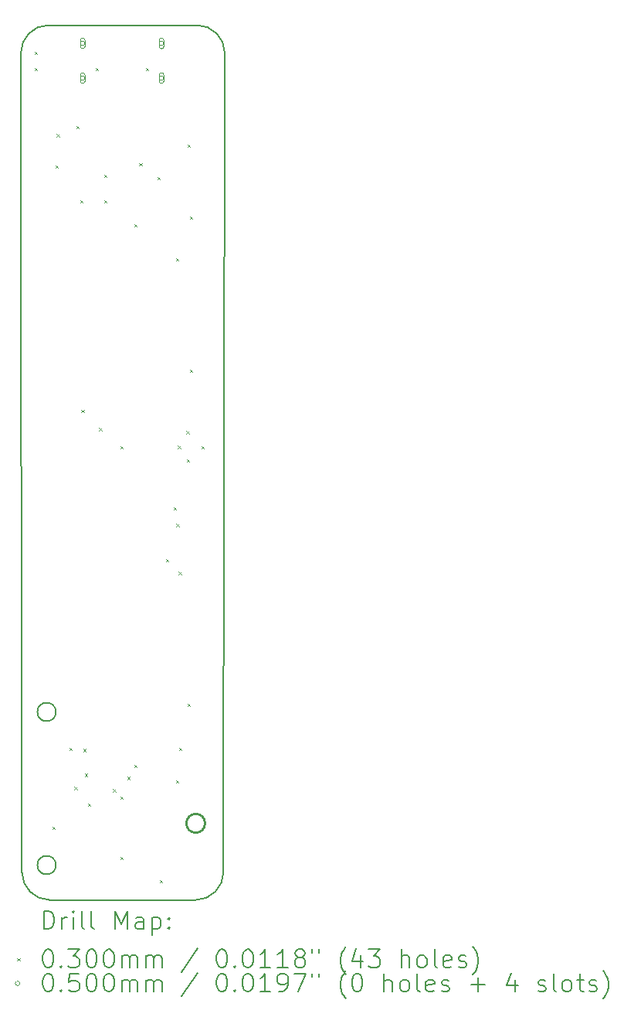
<source format=gbr>
%TF.GenerationSoftware,KiCad,Pcbnew,9.0.3*%
%TF.CreationDate,2025-10-01T23:26:57-04:00*%
%TF.ProjectId,Photon,50686f74-6f6e-42e6-9b69-6361645f7063,1.3*%
%TF.SameCoordinates,Original*%
%TF.FileFunction,Drillmap*%
%TF.FilePolarity,Positive*%
%FSLAX45Y45*%
G04 Gerber Fmt 4.5, Leading zero omitted, Abs format (unit mm)*
G04 Created by KiCad (PCBNEW 9.0.3) date 2025-10-01 23:26:57*
%MOMM*%
%LPD*%
G01*
G04 APERTURE LIST*
%ADD10C,0.200000*%
%ADD11C,0.250000*%
%ADD12C,0.100000*%
G04 APERTURE END LIST*
D10*
X4191000Y-11277600D02*
X4177926Y-2311400D01*
X4562314Y-9525000D02*
G75*
G02*
X4359114Y-9525000I-101600J0D01*
G01*
X4359114Y-9525000D02*
G75*
G02*
X4562314Y-9525000I101600J0D01*
G01*
X6109074Y-2006600D02*
G75*
G02*
X6413870Y-2311400I-4J-304800D01*
G01*
X6413870Y-2311400D02*
X6400800Y-11277600D01*
X6096000Y-11582400D02*
X4495800Y-11582400D01*
X4562314Y-11201400D02*
G75*
G02*
X4359114Y-11201400I-101600J0D01*
G01*
X4359114Y-11201400D02*
G75*
G02*
X4562314Y-11201400I101600J0D01*
G01*
X4177926Y-2311400D02*
G75*
G02*
X4482726Y-2006596I304804J0D01*
G01*
X6400800Y-11277600D02*
G75*
G02*
X6096000Y-11582400I-304800J0D01*
G01*
X4482726Y-2006600D02*
X6109074Y-2006600D01*
X4495800Y-11582400D02*
G75*
G02*
X4191000Y-11277600I0J304800D01*
G01*
D11*
X6198150Y-10744200D02*
G75*
G02*
X5993849Y-10744200I-102151J0D01*
G01*
X5993849Y-10744200D02*
G75*
G02*
X6198150Y-10744200I102151J0D01*
G01*
D10*
D12*
X4328400Y-2296400D02*
X4358400Y-2326400D01*
X4358400Y-2296400D02*
X4328400Y-2326400D01*
X4328400Y-2474200D02*
X4358400Y-2504200D01*
X4358400Y-2474200D02*
X4328400Y-2504200D01*
X4521914Y-10780000D02*
X4551914Y-10810000D01*
X4551914Y-10780000D02*
X4521914Y-10810000D01*
X4557000Y-3541000D02*
X4587000Y-3571000D01*
X4587000Y-3541000D02*
X4557000Y-3571000D01*
X4569700Y-3198100D02*
X4599700Y-3228100D01*
X4599700Y-3198100D02*
X4569700Y-3228100D01*
X4709400Y-9916400D02*
X4739400Y-9946400D01*
X4739400Y-9916400D02*
X4709400Y-9946400D01*
X4765800Y-10342600D02*
X4795800Y-10372600D01*
X4795800Y-10342600D02*
X4765800Y-10372600D01*
X4785600Y-3109200D02*
X4815600Y-3139200D01*
X4815600Y-3109200D02*
X4785600Y-3139200D01*
X4828621Y-3922000D02*
X4858621Y-3952000D01*
X4858621Y-3922000D02*
X4828621Y-3952000D01*
X4839338Y-6214738D02*
X4869338Y-6244738D01*
X4869338Y-6214738D02*
X4839338Y-6244738D01*
X4861800Y-9927600D02*
X4891800Y-9957600D01*
X4891800Y-9927600D02*
X4861800Y-9957600D01*
X4877504Y-10201828D02*
X4907504Y-10231828D01*
X4907504Y-10201828D02*
X4877504Y-10231828D01*
X4912600Y-10526000D02*
X4942600Y-10556000D01*
X4942600Y-10526000D02*
X4912600Y-10556000D01*
X4997880Y-2474200D02*
X5027880Y-2504200D01*
X5027880Y-2474200D02*
X4997880Y-2504200D01*
X5037700Y-6413100D02*
X5067700Y-6443100D01*
X5067700Y-6413100D02*
X5037700Y-6443100D01*
X5090400Y-3642600D02*
X5120400Y-3672600D01*
X5120400Y-3642600D02*
X5090400Y-3672600D01*
X5090400Y-3922000D02*
X5120400Y-3952000D01*
X5120400Y-3922000D02*
X5090400Y-3952000D01*
X5186590Y-10367010D02*
X5216590Y-10397010D01*
X5216590Y-10367010D02*
X5186590Y-10397010D01*
X5268200Y-6614400D02*
X5298200Y-6644400D01*
X5298200Y-6614400D02*
X5268200Y-6644400D01*
X5268200Y-11110200D02*
X5298200Y-11140200D01*
X5298200Y-11110200D02*
X5268200Y-11140200D01*
X5268790Y-10449210D02*
X5298790Y-10479210D01*
X5298790Y-10449210D02*
X5268790Y-10479210D01*
X5345524Y-10232000D02*
X5375524Y-10262000D01*
X5375524Y-10232000D02*
X5345524Y-10262000D01*
X5420600Y-4182600D02*
X5450600Y-4212600D01*
X5450600Y-4182600D02*
X5420600Y-4212600D01*
X5420600Y-10102000D02*
X5450600Y-10132000D01*
X5450600Y-10102000D02*
X5420600Y-10132000D01*
X5477200Y-3516608D02*
X5507200Y-3546608D01*
X5507200Y-3516608D02*
X5477200Y-3546608D01*
X5547880Y-2474200D02*
X5577880Y-2504200D01*
X5577880Y-2474200D02*
X5547880Y-2504200D01*
X5674600Y-3668000D02*
X5704600Y-3698000D01*
X5704600Y-3668000D02*
X5674600Y-3698000D01*
X5700000Y-11364200D02*
X5730000Y-11394200D01*
X5730000Y-11364200D02*
X5700000Y-11394200D01*
X5767476Y-7850276D02*
X5797476Y-7880276D01*
X5797476Y-7850276D02*
X5767476Y-7880276D01*
X5852400Y-7281400D02*
X5882400Y-7311400D01*
X5882400Y-7281400D02*
X5852400Y-7311400D01*
X5877800Y-4557000D02*
X5907800Y-4587000D01*
X5907800Y-4557000D02*
X5877800Y-4587000D01*
X5877800Y-10272000D02*
X5907800Y-10302000D01*
X5907800Y-10272000D02*
X5877800Y-10302000D01*
X5882500Y-7465800D02*
X5912500Y-7495800D01*
X5912500Y-7465800D02*
X5882500Y-7495800D01*
X5898293Y-6609493D02*
X5928293Y-6639493D01*
X5928293Y-6609493D02*
X5898293Y-6639493D01*
X5908969Y-7991769D02*
X5938969Y-8021769D01*
X5938969Y-7991769D02*
X5908969Y-8021769D01*
X5911200Y-9916400D02*
X5941200Y-9946400D01*
X5941200Y-9916400D02*
X5911200Y-9946400D01*
X5992100Y-6449300D02*
X6022100Y-6479300D01*
X6022100Y-6449300D02*
X5992100Y-6479300D01*
X5995722Y-6758279D02*
X6025722Y-6788279D01*
X6025722Y-6758279D02*
X5995722Y-6788279D01*
X6004800Y-3312400D02*
X6034800Y-3342400D01*
X6034800Y-3312400D02*
X6004800Y-3342400D01*
X6004800Y-9433800D02*
X6034800Y-9463800D01*
X6034800Y-9433800D02*
X6004800Y-9463800D01*
X6030200Y-4099800D02*
X6060200Y-4129800D01*
X6060200Y-4099800D02*
X6030200Y-4129800D01*
X6030200Y-5776200D02*
X6060200Y-5806200D01*
X6060200Y-5776200D02*
X6030200Y-5806200D01*
X6157200Y-6614400D02*
X6187200Y-6644400D01*
X6187200Y-6614400D02*
X6157200Y-6644400D01*
X4880880Y-2206000D02*
G75*
G02*
X4830880Y-2206000I-25000J0D01*
G01*
X4830880Y-2206000D02*
G75*
G02*
X4880880Y-2206000I25000J0D01*
G01*
X4880880Y-2241000D02*
X4880880Y-2171000D01*
X4830880Y-2171000D02*
G75*
G02*
X4880880Y-2171000I25000J0D01*
G01*
X4830880Y-2171000D02*
X4830880Y-2241000D01*
X4830880Y-2241000D02*
G75*
G03*
X4880880Y-2241000I25000J0D01*
G01*
X4880880Y-2586000D02*
G75*
G02*
X4830880Y-2586000I-25000J0D01*
G01*
X4830880Y-2586000D02*
G75*
G02*
X4880880Y-2586000I25000J0D01*
G01*
X4880880Y-2621000D02*
X4880880Y-2551000D01*
X4830880Y-2551000D02*
G75*
G02*
X4880880Y-2551000I25000J0D01*
G01*
X4830880Y-2551000D02*
X4830880Y-2621000D01*
X4830880Y-2621000D02*
G75*
G03*
X4880880Y-2621000I25000J0D01*
G01*
X5744880Y-2206000D02*
G75*
G02*
X5694880Y-2206000I-25000J0D01*
G01*
X5694880Y-2206000D02*
G75*
G02*
X5744880Y-2206000I25000J0D01*
G01*
X5744880Y-2241000D02*
X5744880Y-2171000D01*
X5694880Y-2171000D02*
G75*
G02*
X5744880Y-2171000I25000J0D01*
G01*
X5694880Y-2171000D02*
X5694880Y-2241000D01*
X5694880Y-2241000D02*
G75*
G03*
X5744880Y-2241000I25000J0D01*
G01*
X5744880Y-2586000D02*
G75*
G02*
X5694880Y-2586000I-25000J0D01*
G01*
X5694880Y-2586000D02*
G75*
G02*
X5744880Y-2586000I25000J0D01*
G01*
X5744880Y-2621000D02*
X5744880Y-2551000D01*
X5694880Y-2551000D02*
G75*
G02*
X5744880Y-2551000I25000J0D01*
G01*
X5694880Y-2551000D02*
X5694880Y-2621000D01*
X5694880Y-2621000D02*
G75*
G03*
X5744880Y-2621000I25000J0D01*
G01*
D10*
X4428703Y-11903884D02*
X4428703Y-11703884D01*
X4428703Y-11703884D02*
X4476322Y-11703884D01*
X4476322Y-11703884D02*
X4504893Y-11713408D01*
X4504893Y-11713408D02*
X4523941Y-11732455D01*
X4523941Y-11732455D02*
X4533465Y-11751503D01*
X4533465Y-11751503D02*
X4542989Y-11789598D01*
X4542989Y-11789598D02*
X4542989Y-11818169D01*
X4542989Y-11818169D02*
X4533465Y-11856265D01*
X4533465Y-11856265D02*
X4523941Y-11875312D01*
X4523941Y-11875312D02*
X4504893Y-11894360D01*
X4504893Y-11894360D02*
X4476322Y-11903884D01*
X4476322Y-11903884D02*
X4428703Y-11903884D01*
X4628703Y-11903884D02*
X4628703Y-11770550D01*
X4628703Y-11808646D02*
X4638227Y-11789598D01*
X4638227Y-11789598D02*
X4647751Y-11780074D01*
X4647751Y-11780074D02*
X4666798Y-11770550D01*
X4666798Y-11770550D02*
X4685846Y-11770550D01*
X4752512Y-11903884D02*
X4752512Y-11770550D01*
X4752512Y-11703884D02*
X4742989Y-11713408D01*
X4742989Y-11713408D02*
X4752512Y-11722931D01*
X4752512Y-11722931D02*
X4762036Y-11713408D01*
X4762036Y-11713408D02*
X4752512Y-11703884D01*
X4752512Y-11703884D02*
X4752512Y-11722931D01*
X4876322Y-11903884D02*
X4857274Y-11894360D01*
X4857274Y-11894360D02*
X4847751Y-11875312D01*
X4847751Y-11875312D02*
X4847751Y-11703884D01*
X4981084Y-11903884D02*
X4962036Y-11894360D01*
X4962036Y-11894360D02*
X4952512Y-11875312D01*
X4952512Y-11875312D02*
X4952512Y-11703884D01*
X5209655Y-11903884D02*
X5209655Y-11703884D01*
X5209655Y-11703884D02*
X5276322Y-11846741D01*
X5276322Y-11846741D02*
X5342989Y-11703884D01*
X5342989Y-11703884D02*
X5342989Y-11903884D01*
X5523941Y-11903884D02*
X5523941Y-11799122D01*
X5523941Y-11799122D02*
X5514417Y-11780074D01*
X5514417Y-11780074D02*
X5495370Y-11770550D01*
X5495370Y-11770550D02*
X5457274Y-11770550D01*
X5457274Y-11770550D02*
X5438227Y-11780074D01*
X5523941Y-11894360D02*
X5504893Y-11903884D01*
X5504893Y-11903884D02*
X5457274Y-11903884D01*
X5457274Y-11903884D02*
X5438227Y-11894360D01*
X5438227Y-11894360D02*
X5428703Y-11875312D01*
X5428703Y-11875312D02*
X5428703Y-11856265D01*
X5428703Y-11856265D02*
X5438227Y-11837217D01*
X5438227Y-11837217D02*
X5457274Y-11827693D01*
X5457274Y-11827693D02*
X5504893Y-11827693D01*
X5504893Y-11827693D02*
X5523941Y-11818169D01*
X5619179Y-11770550D02*
X5619179Y-11970550D01*
X5619179Y-11780074D02*
X5638227Y-11770550D01*
X5638227Y-11770550D02*
X5676322Y-11770550D01*
X5676322Y-11770550D02*
X5695370Y-11780074D01*
X5695370Y-11780074D02*
X5704893Y-11789598D01*
X5704893Y-11789598D02*
X5714417Y-11808646D01*
X5714417Y-11808646D02*
X5714417Y-11865788D01*
X5714417Y-11865788D02*
X5704893Y-11884836D01*
X5704893Y-11884836D02*
X5695370Y-11894360D01*
X5695370Y-11894360D02*
X5676322Y-11903884D01*
X5676322Y-11903884D02*
X5638227Y-11903884D01*
X5638227Y-11903884D02*
X5619179Y-11894360D01*
X5800131Y-11884836D02*
X5809655Y-11894360D01*
X5809655Y-11894360D02*
X5800131Y-11903884D01*
X5800131Y-11903884D02*
X5790608Y-11894360D01*
X5790608Y-11894360D02*
X5800131Y-11884836D01*
X5800131Y-11884836D02*
X5800131Y-11903884D01*
X5800131Y-11780074D02*
X5809655Y-11789598D01*
X5809655Y-11789598D02*
X5800131Y-11799122D01*
X5800131Y-11799122D02*
X5790608Y-11789598D01*
X5790608Y-11789598D02*
X5800131Y-11780074D01*
X5800131Y-11780074D02*
X5800131Y-11799122D01*
D12*
X4137926Y-12217400D02*
X4167926Y-12247400D01*
X4167926Y-12217400D02*
X4137926Y-12247400D01*
D10*
X4466798Y-12123884D02*
X4485846Y-12123884D01*
X4485846Y-12123884D02*
X4504893Y-12133408D01*
X4504893Y-12133408D02*
X4514417Y-12142931D01*
X4514417Y-12142931D02*
X4523941Y-12161979D01*
X4523941Y-12161979D02*
X4533465Y-12200074D01*
X4533465Y-12200074D02*
X4533465Y-12247693D01*
X4533465Y-12247693D02*
X4523941Y-12285788D01*
X4523941Y-12285788D02*
X4514417Y-12304836D01*
X4514417Y-12304836D02*
X4504893Y-12314360D01*
X4504893Y-12314360D02*
X4485846Y-12323884D01*
X4485846Y-12323884D02*
X4466798Y-12323884D01*
X4466798Y-12323884D02*
X4447751Y-12314360D01*
X4447751Y-12314360D02*
X4438227Y-12304836D01*
X4438227Y-12304836D02*
X4428703Y-12285788D01*
X4428703Y-12285788D02*
X4419179Y-12247693D01*
X4419179Y-12247693D02*
X4419179Y-12200074D01*
X4419179Y-12200074D02*
X4428703Y-12161979D01*
X4428703Y-12161979D02*
X4438227Y-12142931D01*
X4438227Y-12142931D02*
X4447751Y-12133408D01*
X4447751Y-12133408D02*
X4466798Y-12123884D01*
X4619179Y-12304836D02*
X4628703Y-12314360D01*
X4628703Y-12314360D02*
X4619179Y-12323884D01*
X4619179Y-12323884D02*
X4609655Y-12314360D01*
X4609655Y-12314360D02*
X4619179Y-12304836D01*
X4619179Y-12304836D02*
X4619179Y-12323884D01*
X4695370Y-12123884D02*
X4819179Y-12123884D01*
X4819179Y-12123884D02*
X4752512Y-12200074D01*
X4752512Y-12200074D02*
X4781084Y-12200074D01*
X4781084Y-12200074D02*
X4800132Y-12209598D01*
X4800132Y-12209598D02*
X4809655Y-12219122D01*
X4809655Y-12219122D02*
X4819179Y-12238169D01*
X4819179Y-12238169D02*
X4819179Y-12285788D01*
X4819179Y-12285788D02*
X4809655Y-12304836D01*
X4809655Y-12304836D02*
X4800132Y-12314360D01*
X4800132Y-12314360D02*
X4781084Y-12323884D01*
X4781084Y-12323884D02*
X4723941Y-12323884D01*
X4723941Y-12323884D02*
X4704893Y-12314360D01*
X4704893Y-12314360D02*
X4695370Y-12304836D01*
X4942989Y-12123884D02*
X4962036Y-12123884D01*
X4962036Y-12123884D02*
X4981084Y-12133408D01*
X4981084Y-12133408D02*
X4990608Y-12142931D01*
X4990608Y-12142931D02*
X5000132Y-12161979D01*
X5000132Y-12161979D02*
X5009655Y-12200074D01*
X5009655Y-12200074D02*
X5009655Y-12247693D01*
X5009655Y-12247693D02*
X5000132Y-12285788D01*
X5000132Y-12285788D02*
X4990608Y-12304836D01*
X4990608Y-12304836D02*
X4981084Y-12314360D01*
X4981084Y-12314360D02*
X4962036Y-12323884D01*
X4962036Y-12323884D02*
X4942989Y-12323884D01*
X4942989Y-12323884D02*
X4923941Y-12314360D01*
X4923941Y-12314360D02*
X4914417Y-12304836D01*
X4914417Y-12304836D02*
X4904893Y-12285788D01*
X4904893Y-12285788D02*
X4895370Y-12247693D01*
X4895370Y-12247693D02*
X4895370Y-12200074D01*
X4895370Y-12200074D02*
X4904893Y-12161979D01*
X4904893Y-12161979D02*
X4914417Y-12142931D01*
X4914417Y-12142931D02*
X4923941Y-12133408D01*
X4923941Y-12133408D02*
X4942989Y-12123884D01*
X5133465Y-12123884D02*
X5152513Y-12123884D01*
X5152513Y-12123884D02*
X5171560Y-12133408D01*
X5171560Y-12133408D02*
X5181084Y-12142931D01*
X5181084Y-12142931D02*
X5190608Y-12161979D01*
X5190608Y-12161979D02*
X5200132Y-12200074D01*
X5200132Y-12200074D02*
X5200132Y-12247693D01*
X5200132Y-12247693D02*
X5190608Y-12285788D01*
X5190608Y-12285788D02*
X5181084Y-12304836D01*
X5181084Y-12304836D02*
X5171560Y-12314360D01*
X5171560Y-12314360D02*
X5152513Y-12323884D01*
X5152513Y-12323884D02*
X5133465Y-12323884D01*
X5133465Y-12323884D02*
X5114417Y-12314360D01*
X5114417Y-12314360D02*
X5104893Y-12304836D01*
X5104893Y-12304836D02*
X5095370Y-12285788D01*
X5095370Y-12285788D02*
X5085846Y-12247693D01*
X5085846Y-12247693D02*
X5085846Y-12200074D01*
X5085846Y-12200074D02*
X5095370Y-12161979D01*
X5095370Y-12161979D02*
X5104893Y-12142931D01*
X5104893Y-12142931D02*
X5114417Y-12133408D01*
X5114417Y-12133408D02*
X5133465Y-12123884D01*
X5285846Y-12323884D02*
X5285846Y-12190550D01*
X5285846Y-12209598D02*
X5295370Y-12200074D01*
X5295370Y-12200074D02*
X5314417Y-12190550D01*
X5314417Y-12190550D02*
X5342989Y-12190550D01*
X5342989Y-12190550D02*
X5362036Y-12200074D01*
X5362036Y-12200074D02*
X5371560Y-12219122D01*
X5371560Y-12219122D02*
X5371560Y-12323884D01*
X5371560Y-12219122D02*
X5381084Y-12200074D01*
X5381084Y-12200074D02*
X5400132Y-12190550D01*
X5400132Y-12190550D02*
X5428703Y-12190550D01*
X5428703Y-12190550D02*
X5447751Y-12200074D01*
X5447751Y-12200074D02*
X5457274Y-12219122D01*
X5457274Y-12219122D02*
X5457274Y-12323884D01*
X5552513Y-12323884D02*
X5552513Y-12190550D01*
X5552513Y-12209598D02*
X5562036Y-12200074D01*
X5562036Y-12200074D02*
X5581084Y-12190550D01*
X5581084Y-12190550D02*
X5609655Y-12190550D01*
X5609655Y-12190550D02*
X5628703Y-12200074D01*
X5628703Y-12200074D02*
X5638227Y-12219122D01*
X5638227Y-12219122D02*
X5638227Y-12323884D01*
X5638227Y-12219122D02*
X5647751Y-12200074D01*
X5647751Y-12200074D02*
X5666798Y-12190550D01*
X5666798Y-12190550D02*
X5695370Y-12190550D01*
X5695370Y-12190550D02*
X5714417Y-12200074D01*
X5714417Y-12200074D02*
X5723941Y-12219122D01*
X5723941Y-12219122D02*
X5723941Y-12323884D01*
X6114417Y-12114360D02*
X5942989Y-12371503D01*
X6371560Y-12123884D02*
X6390608Y-12123884D01*
X6390608Y-12123884D02*
X6409655Y-12133408D01*
X6409655Y-12133408D02*
X6419179Y-12142931D01*
X6419179Y-12142931D02*
X6428703Y-12161979D01*
X6428703Y-12161979D02*
X6438227Y-12200074D01*
X6438227Y-12200074D02*
X6438227Y-12247693D01*
X6438227Y-12247693D02*
X6428703Y-12285788D01*
X6428703Y-12285788D02*
X6419179Y-12304836D01*
X6419179Y-12304836D02*
X6409655Y-12314360D01*
X6409655Y-12314360D02*
X6390608Y-12323884D01*
X6390608Y-12323884D02*
X6371560Y-12323884D01*
X6371560Y-12323884D02*
X6352513Y-12314360D01*
X6352513Y-12314360D02*
X6342989Y-12304836D01*
X6342989Y-12304836D02*
X6333465Y-12285788D01*
X6333465Y-12285788D02*
X6323941Y-12247693D01*
X6323941Y-12247693D02*
X6323941Y-12200074D01*
X6323941Y-12200074D02*
X6333465Y-12161979D01*
X6333465Y-12161979D02*
X6342989Y-12142931D01*
X6342989Y-12142931D02*
X6352513Y-12133408D01*
X6352513Y-12133408D02*
X6371560Y-12123884D01*
X6523941Y-12304836D02*
X6533465Y-12314360D01*
X6533465Y-12314360D02*
X6523941Y-12323884D01*
X6523941Y-12323884D02*
X6514417Y-12314360D01*
X6514417Y-12314360D02*
X6523941Y-12304836D01*
X6523941Y-12304836D02*
X6523941Y-12323884D01*
X6657274Y-12123884D02*
X6676322Y-12123884D01*
X6676322Y-12123884D02*
X6695370Y-12133408D01*
X6695370Y-12133408D02*
X6704894Y-12142931D01*
X6704894Y-12142931D02*
X6714417Y-12161979D01*
X6714417Y-12161979D02*
X6723941Y-12200074D01*
X6723941Y-12200074D02*
X6723941Y-12247693D01*
X6723941Y-12247693D02*
X6714417Y-12285788D01*
X6714417Y-12285788D02*
X6704894Y-12304836D01*
X6704894Y-12304836D02*
X6695370Y-12314360D01*
X6695370Y-12314360D02*
X6676322Y-12323884D01*
X6676322Y-12323884D02*
X6657274Y-12323884D01*
X6657274Y-12323884D02*
X6638227Y-12314360D01*
X6638227Y-12314360D02*
X6628703Y-12304836D01*
X6628703Y-12304836D02*
X6619179Y-12285788D01*
X6619179Y-12285788D02*
X6609655Y-12247693D01*
X6609655Y-12247693D02*
X6609655Y-12200074D01*
X6609655Y-12200074D02*
X6619179Y-12161979D01*
X6619179Y-12161979D02*
X6628703Y-12142931D01*
X6628703Y-12142931D02*
X6638227Y-12133408D01*
X6638227Y-12133408D02*
X6657274Y-12123884D01*
X6914417Y-12323884D02*
X6800132Y-12323884D01*
X6857274Y-12323884D02*
X6857274Y-12123884D01*
X6857274Y-12123884D02*
X6838227Y-12152455D01*
X6838227Y-12152455D02*
X6819179Y-12171503D01*
X6819179Y-12171503D02*
X6800132Y-12181027D01*
X7104894Y-12323884D02*
X6990608Y-12323884D01*
X7047751Y-12323884D02*
X7047751Y-12123884D01*
X7047751Y-12123884D02*
X7028703Y-12152455D01*
X7028703Y-12152455D02*
X7009655Y-12171503D01*
X7009655Y-12171503D02*
X6990608Y-12181027D01*
X7219179Y-12209598D02*
X7200132Y-12200074D01*
X7200132Y-12200074D02*
X7190608Y-12190550D01*
X7190608Y-12190550D02*
X7181084Y-12171503D01*
X7181084Y-12171503D02*
X7181084Y-12161979D01*
X7181084Y-12161979D02*
X7190608Y-12142931D01*
X7190608Y-12142931D02*
X7200132Y-12133408D01*
X7200132Y-12133408D02*
X7219179Y-12123884D01*
X7219179Y-12123884D02*
X7257275Y-12123884D01*
X7257275Y-12123884D02*
X7276322Y-12133408D01*
X7276322Y-12133408D02*
X7285846Y-12142931D01*
X7285846Y-12142931D02*
X7295370Y-12161979D01*
X7295370Y-12161979D02*
X7295370Y-12171503D01*
X7295370Y-12171503D02*
X7285846Y-12190550D01*
X7285846Y-12190550D02*
X7276322Y-12200074D01*
X7276322Y-12200074D02*
X7257275Y-12209598D01*
X7257275Y-12209598D02*
X7219179Y-12209598D01*
X7219179Y-12209598D02*
X7200132Y-12219122D01*
X7200132Y-12219122D02*
X7190608Y-12228646D01*
X7190608Y-12228646D02*
X7181084Y-12247693D01*
X7181084Y-12247693D02*
X7181084Y-12285788D01*
X7181084Y-12285788D02*
X7190608Y-12304836D01*
X7190608Y-12304836D02*
X7200132Y-12314360D01*
X7200132Y-12314360D02*
X7219179Y-12323884D01*
X7219179Y-12323884D02*
X7257275Y-12323884D01*
X7257275Y-12323884D02*
X7276322Y-12314360D01*
X7276322Y-12314360D02*
X7285846Y-12304836D01*
X7285846Y-12304836D02*
X7295370Y-12285788D01*
X7295370Y-12285788D02*
X7295370Y-12247693D01*
X7295370Y-12247693D02*
X7285846Y-12228646D01*
X7285846Y-12228646D02*
X7276322Y-12219122D01*
X7276322Y-12219122D02*
X7257275Y-12209598D01*
X7371560Y-12123884D02*
X7371560Y-12161979D01*
X7447751Y-12123884D02*
X7447751Y-12161979D01*
X7742989Y-12400074D02*
X7733465Y-12390550D01*
X7733465Y-12390550D02*
X7714417Y-12361979D01*
X7714417Y-12361979D02*
X7704894Y-12342931D01*
X7704894Y-12342931D02*
X7695370Y-12314360D01*
X7695370Y-12314360D02*
X7685846Y-12266741D01*
X7685846Y-12266741D02*
X7685846Y-12228646D01*
X7685846Y-12228646D02*
X7695370Y-12181027D01*
X7695370Y-12181027D02*
X7704894Y-12152455D01*
X7704894Y-12152455D02*
X7714417Y-12133408D01*
X7714417Y-12133408D02*
X7733465Y-12104836D01*
X7733465Y-12104836D02*
X7742989Y-12095312D01*
X7904894Y-12190550D02*
X7904894Y-12323884D01*
X7857275Y-12114360D02*
X7809656Y-12257217D01*
X7809656Y-12257217D02*
X7933465Y-12257217D01*
X7990608Y-12123884D02*
X8114417Y-12123884D01*
X8114417Y-12123884D02*
X8047751Y-12200074D01*
X8047751Y-12200074D02*
X8076322Y-12200074D01*
X8076322Y-12200074D02*
X8095370Y-12209598D01*
X8095370Y-12209598D02*
X8104894Y-12219122D01*
X8104894Y-12219122D02*
X8114417Y-12238169D01*
X8114417Y-12238169D02*
X8114417Y-12285788D01*
X8114417Y-12285788D02*
X8104894Y-12304836D01*
X8104894Y-12304836D02*
X8095370Y-12314360D01*
X8095370Y-12314360D02*
X8076322Y-12323884D01*
X8076322Y-12323884D02*
X8019179Y-12323884D01*
X8019179Y-12323884D02*
X8000132Y-12314360D01*
X8000132Y-12314360D02*
X7990608Y-12304836D01*
X8352513Y-12323884D02*
X8352513Y-12123884D01*
X8438227Y-12323884D02*
X8438227Y-12219122D01*
X8438227Y-12219122D02*
X8428703Y-12200074D01*
X8428703Y-12200074D02*
X8409656Y-12190550D01*
X8409656Y-12190550D02*
X8381084Y-12190550D01*
X8381084Y-12190550D02*
X8362037Y-12200074D01*
X8362037Y-12200074D02*
X8352513Y-12209598D01*
X8562037Y-12323884D02*
X8542989Y-12314360D01*
X8542989Y-12314360D02*
X8533465Y-12304836D01*
X8533465Y-12304836D02*
X8523941Y-12285788D01*
X8523941Y-12285788D02*
X8523941Y-12228646D01*
X8523941Y-12228646D02*
X8533465Y-12209598D01*
X8533465Y-12209598D02*
X8542989Y-12200074D01*
X8542989Y-12200074D02*
X8562037Y-12190550D01*
X8562037Y-12190550D02*
X8590608Y-12190550D01*
X8590608Y-12190550D02*
X8609656Y-12200074D01*
X8609656Y-12200074D02*
X8619180Y-12209598D01*
X8619180Y-12209598D02*
X8628703Y-12228646D01*
X8628703Y-12228646D02*
X8628703Y-12285788D01*
X8628703Y-12285788D02*
X8619180Y-12304836D01*
X8619180Y-12304836D02*
X8609656Y-12314360D01*
X8609656Y-12314360D02*
X8590608Y-12323884D01*
X8590608Y-12323884D02*
X8562037Y-12323884D01*
X8742989Y-12323884D02*
X8723941Y-12314360D01*
X8723941Y-12314360D02*
X8714418Y-12295312D01*
X8714418Y-12295312D02*
X8714418Y-12123884D01*
X8895370Y-12314360D02*
X8876322Y-12323884D01*
X8876322Y-12323884D02*
X8838227Y-12323884D01*
X8838227Y-12323884D02*
X8819180Y-12314360D01*
X8819180Y-12314360D02*
X8809656Y-12295312D01*
X8809656Y-12295312D02*
X8809656Y-12219122D01*
X8809656Y-12219122D02*
X8819180Y-12200074D01*
X8819180Y-12200074D02*
X8838227Y-12190550D01*
X8838227Y-12190550D02*
X8876322Y-12190550D01*
X8876322Y-12190550D02*
X8895370Y-12200074D01*
X8895370Y-12200074D02*
X8904894Y-12219122D01*
X8904894Y-12219122D02*
X8904894Y-12238169D01*
X8904894Y-12238169D02*
X8809656Y-12257217D01*
X8981084Y-12314360D02*
X9000132Y-12323884D01*
X9000132Y-12323884D02*
X9038227Y-12323884D01*
X9038227Y-12323884D02*
X9057275Y-12314360D01*
X9057275Y-12314360D02*
X9066799Y-12295312D01*
X9066799Y-12295312D02*
X9066799Y-12285788D01*
X9066799Y-12285788D02*
X9057275Y-12266741D01*
X9057275Y-12266741D02*
X9038227Y-12257217D01*
X9038227Y-12257217D02*
X9009656Y-12257217D01*
X9009656Y-12257217D02*
X8990608Y-12247693D01*
X8990608Y-12247693D02*
X8981084Y-12228646D01*
X8981084Y-12228646D02*
X8981084Y-12219122D01*
X8981084Y-12219122D02*
X8990608Y-12200074D01*
X8990608Y-12200074D02*
X9009656Y-12190550D01*
X9009656Y-12190550D02*
X9038227Y-12190550D01*
X9038227Y-12190550D02*
X9057275Y-12200074D01*
X9133465Y-12400074D02*
X9142989Y-12390550D01*
X9142989Y-12390550D02*
X9162037Y-12361979D01*
X9162037Y-12361979D02*
X9171561Y-12342931D01*
X9171561Y-12342931D02*
X9181084Y-12314360D01*
X9181084Y-12314360D02*
X9190608Y-12266741D01*
X9190608Y-12266741D02*
X9190608Y-12228646D01*
X9190608Y-12228646D02*
X9181084Y-12181027D01*
X9181084Y-12181027D02*
X9171561Y-12152455D01*
X9171561Y-12152455D02*
X9162037Y-12133408D01*
X9162037Y-12133408D02*
X9142989Y-12104836D01*
X9142989Y-12104836D02*
X9133465Y-12095312D01*
D12*
X4167926Y-12496400D02*
G75*
G02*
X4117926Y-12496400I-25000J0D01*
G01*
X4117926Y-12496400D02*
G75*
G02*
X4167926Y-12496400I25000J0D01*
G01*
D10*
X4466798Y-12387884D02*
X4485846Y-12387884D01*
X4485846Y-12387884D02*
X4504893Y-12397408D01*
X4504893Y-12397408D02*
X4514417Y-12406931D01*
X4514417Y-12406931D02*
X4523941Y-12425979D01*
X4523941Y-12425979D02*
X4533465Y-12464074D01*
X4533465Y-12464074D02*
X4533465Y-12511693D01*
X4533465Y-12511693D02*
X4523941Y-12549788D01*
X4523941Y-12549788D02*
X4514417Y-12568836D01*
X4514417Y-12568836D02*
X4504893Y-12578360D01*
X4504893Y-12578360D02*
X4485846Y-12587884D01*
X4485846Y-12587884D02*
X4466798Y-12587884D01*
X4466798Y-12587884D02*
X4447751Y-12578360D01*
X4447751Y-12578360D02*
X4438227Y-12568836D01*
X4438227Y-12568836D02*
X4428703Y-12549788D01*
X4428703Y-12549788D02*
X4419179Y-12511693D01*
X4419179Y-12511693D02*
X4419179Y-12464074D01*
X4419179Y-12464074D02*
X4428703Y-12425979D01*
X4428703Y-12425979D02*
X4438227Y-12406931D01*
X4438227Y-12406931D02*
X4447751Y-12397408D01*
X4447751Y-12397408D02*
X4466798Y-12387884D01*
X4619179Y-12568836D02*
X4628703Y-12578360D01*
X4628703Y-12578360D02*
X4619179Y-12587884D01*
X4619179Y-12587884D02*
X4609655Y-12578360D01*
X4609655Y-12578360D02*
X4619179Y-12568836D01*
X4619179Y-12568836D02*
X4619179Y-12587884D01*
X4809655Y-12387884D02*
X4714417Y-12387884D01*
X4714417Y-12387884D02*
X4704893Y-12483122D01*
X4704893Y-12483122D02*
X4714417Y-12473598D01*
X4714417Y-12473598D02*
X4733465Y-12464074D01*
X4733465Y-12464074D02*
X4781084Y-12464074D01*
X4781084Y-12464074D02*
X4800132Y-12473598D01*
X4800132Y-12473598D02*
X4809655Y-12483122D01*
X4809655Y-12483122D02*
X4819179Y-12502169D01*
X4819179Y-12502169D02*
X4819179Y-12549788D01*
X4819179Y-12549788D02*
X4809655Y-12568836D01*
X4809655Y-12568836D02*
X4800132Y-12578360D01*
X4800132Y-12578360D02*
X4781084Y-12587884D01*
X4781084Y-12587884D02*
X4733465Y-12587884D01*
X4733465Y-12587884D02*
X4714417Y-12578360D01*
X4714417Y-12578360D02*
X4704893Y-12568836D01*
X4942989Y-12387884D02*
X4962036Y-12387884D01*
X4962036Y-12387884D02*
X4981084Y-12397408D01*
X4981084Y-12397408D02*
X4990608Y-12406931D01*
X4990608Y-12406931D02*
X5000132Y-12425979D01*
X5000132Y-12425979D02*
X5009655Y-12464074D01*
X5009655Y-12464074D02*
X5009655Y-12511693D01*
X5009655Y-12511693D02*
X5000132Y-12549788D01*
X5000132Y-12549788D02*
X4990608Y-12568836D01*
X4990608Y-12568836D02*
X4981084Y-12578360D01*
X4981084Y-12578360D02*
X4962036Y-12587884D01*
X4962036Y-12587884D02*
X4942989Y-12587884D01*
X4942989Y-12587884D02*
X4923941Y-12578360D01*
X4923941Y-12578360D02*
X4914417Y-12568836D01*
X4914417Y-12568836D02*
X4904893Y-12549788D01*
X4904893Y-12549788D02*
X4895370Y-12511693D01*
X4895370Y-12511693D02*
X4895370Y-12464074D01*
X4895370Y-12464074D02*
X4904893Y-12425979D01*
X4904893Y-12425979D02*
X4914417Y-12406931D01*
X4914417Y-12406931D02*
X4923941Y-12397408D01*
X4923941Y-12397408D02*
X4942989Y-12387884D01*
X5133465Y-12387884D02*
X5152513Y-12387884D01*
X5152513Y-12387884D02*
X5171560Y-12397408D01*
X5171560Y-12397408D02*
X5181084Y-12406931D01*
X5181084Y-12406931D02*
X5190608Y-12425979D01*
X5190608Y-12425979D02*
X5200132Y-12464074D01*
X5200132Y-12464074D02*
X5200132Y-12511693D01*
X5200132Y-12511693D02*
X5190608Y-12549788D01*
X5190608Y-12549788D02*
X5181084Y-12568836D01*
X5181084Y-12568836D02*
X5171560Y-12578360D01*
X5171560Y-12578360D02*
X5152513Y-12587884D01*
X5152513Y-12587884D02*
X5133465Y-12587884D01*
X5133465Y-12587884D02*
X5114417Y-12578360D01*
X5114417Y-12578360D02*
X5104893Y-12568836D01*
X5104893Y-12568836D02*
X5095370Y-12549788D01*
X5095370Y-12549788D02*
X5085846Y-12511693D01*
X5085846Y-12511693D02*
X5085846Y-12464074D01*
X5085846Y-12464074D02*
X5095370Y-12425979D01*
X5095370Y-12425979D02*
X5104893Y-12406931D01*
X5104893Y-12406931D02*
X5114417Y-12397408D01*
X5114417Y-12397408D02*
X5133465Y-12387884D01*
X5285846Y-12587884D02*
X5285846Y-12454550D01*
X5285846Y-12473598D02*
X5295370Y-12464074D01*
X5295370Y-12464074D02*
X5314417Y-12454550D01*
X5314417Y-12454550D02*
X5342989Y-12454550D01*
X5342989Y-12454550D02*
X5362036Y-12464074D01*
X5362036Y-12464074D02*
X5371560Y-12483122D01*
X5371560Y-12483122D02*
X5371560Y-12587884D01*
X5371560Y-12483122D02*
X5381084Y-12464074D01*
X5381084Y-12464074D02*
X5400132Y-12454550D01*
X5400132Y-12454550D02*
X5428703Y-12454550D01*
X5428703Y-12454550D02*
X5447751Y-12464074D01*
X5447751Y-12464074D02*
X5457274Y-12483122D01*
X5457274Y-12483122D02*
X5457274Y-12587884D01*
X5552513Y-12587884D02*
X5552513Y-12454550D01*
X5552513Y-12473598D02*
X5562036Y-12464074D01*
X5562036Y-12464074D02*
X5581084Y-12454550D01*
X5581084Y-12454550D02*
X5609655Y-12454550D01*
X5609655Y-12454550D02*
X5628703Y-12464074D01*
X5628703Y-12464074D02*
X5638227Y-12483122D01*
X5638227Y-12483122D02*
X5638227Y-12587884D01*
X5638227Y-12483122D02*
X5647751Y-12464074D01*
X5647751Y-12464074D02*
X5666798Y-12454550D01*
X5666798Y-12454550D02*
X5695370Y-12454550D01*
X5695370Y-12454550D02*
X5714417Y-12464074D01*
X5714417Y-12464074D02*
X5723941Y-12483122D01*
X5723941Y-12483122D02*
X5723941Y-12587884D01*
X6114417Y-12378360D02*
X5942989Y-12635503D01*
X6371560Y-12387884D02*
X6390608Y-12387884D01*
X6390608Y-12387884D02*
X6409655Y-12397408D01*
X6409655Y-12397408D02*
X6419179Y-12406931D01*
X6419179Y-12406931D02*
X6428703Y-12425979D01*
X6428703Y-12425979D02*
X6438227Y-12464074D01*
X6438227Y-12464074D02*
X6438227Y-12511693D01*
X6438227Y-12511693D02*
X6428703Y-12549788D01*
X6428703Y-12549788D02*
X6419179Y-12568836D01*
X6419179Y-12568836D02*
X6409655Y-12578360D01*
X6409655Y-12578360D02*
X6390608Y-12587884D01*
X6390608Y-12587884D02*
X6371560Y-12587884D01*
X6371560Y-12587884D02*
X6352513Y-12578360D01*
X6352513Y-12578360D02*
X6342989Y-12568836D01*
X6342989Y-12568836D02*
X6333465Y-12549788D01*
X6333465Y-12549788D02*
X6323941Y-12511693D01*
X6323941Y-12511693D02*
X6323941Y-12464074D01*
X6323941Y-12464074D02*
X6333465Y-12425979D01*
X6333465Y-12425979D02*
X6342989Y-12406931D01*
X6342989Y-12406931D02*
X6352513Y-12397408D01*
X6352513Y-12397408D02*
X6371560Y-12387884D01*
X6523941Y-12568836D02*
X6533465Y-12578360D01*
X6533465Y-12578360D02*
X6523941Y-12587884D01*
X6523941Y-12587884D02*
X6514417Y-12578360D01*
X6514417Y-12578360D02*
X6523941Y-12568836D01*
X6523941Y-12568836D02*
X6523941Y-12587884D01*
X6657274Y-12387884D02*
X6676322Y-12387884D01*
X6676322Y-12387884D02*
X6695370Y-12397408D01*
X6695370Y-12397408D02*
X6704894Y-12406931D01*
X6704894Y-12406931D02*
X6714417Y-12425979D01*
X6714417Y-12425979D02*
X6723941Y-12464074D01*
X6723941Y-12464074D02*
X6723941Y-12511693D01*
X6723941Y-12511693D02*
X6714417Y-12549788D01*
X6714417Y-12549788D02*
X6704894Y-12568836D01*
X6704894Y-12568836D02*
X6695370Y-12578360D01*
X6695370Y-12578360D02*
X6676322Y-12587884D01*
X6676322Y-12587884D02*
X6657274Y-12587884D01*
X6657274Y-12587884D02*
X6638227Y-12578360D01*
X6638227Y-12578360D02*
X6628703Y-12568836D01*
X6628703Y-12568836D02*
X6619179Y-12549788D01*
X6619179Y-12549788D02*
X6609655Y-12511693D01*
X6609655Y-12511693D02*
X6609655Y-12464074D01*
X6609655Y-12464074D02*
X6619179Y-12425979D01*
X6619179Y-12425979D02*
X6628703Y-12406931D01*
X6628703Y-12406931D02*
X6638227Y-12397408D01*
X6638227Y-12397408D02*
X6657274Y-12387884D01*
X6914417Y-12587884D02*
X6800132Y-12587884D01*
X6857274Y-12587884D02*
X6857274Y-12387884D01*
X6857274Y-12387884D02*
X6838227Y-12416455D01*
X6838227Y-12416455D02*
X6819179Y-12435503D01*
X6819179Y-12435503D02*
X6800132Y-12445027D01*
X7009655Y-12587884D02*
X7047751Y-12587884D01*
X7047751Y-12587884D02*
X7066798Y-12578360D01*
X7066798Y-12578360D02*
X7076322Y-12568836D01*
X7076322Y-12568836D02*
X7095370Y-12540265D01*
X7095370Y-12540265D02*
X7104894Y-12502169D01*
X7104894Y-12502169D02*
X7104894Y-12425979D01*
X7104894Y-12425979D02*
X7095370Y-12406931D01*
X7095370Y-12406931D02*
X7085846Y-12397408D01*
X7085846Y-12397408D02*
X7066798Y-12387884D01*
X7066798Y-12387884D02*
X7028703Y-12387884D01*
X7028703Y-12387884D02*
X7009655Y-12397408D01*
X7009655Y-12397408D02*
X7000132Y-12406931D01*
X7000132Y-12406931D02*
X6990608Y-12425979D01*
X6990608Y-12425979D02*
X6990608Y-12473598D01*
X6990608Y-12473598D02*
X7000132Y-12492646D01*
X7000132Y-12492646D02*
X7009655Y-12502169D01*
X7009655Y-12502169D02*
X7028703Y-12511693D01*
X7028703Y-12511693D02*
X7066798Y-12511693D01*
X7066798Y-12511693D02*
X7085846Y-12502169D01*
X7085846Y-12502169D02*
X7095370Y-12492646D01*
X7095370Y-12492646D02*
X7104894Y-12473598D01*
X7171560Y-12387884D02*
X7304894Y-12387884D01*
X7304894Y-12387884D02*
X7219179Y-12587884D01*
X7371560Y-12387884D02*
X7371560Y-12425979D01*
X7447751Y-12387884D02*
X7447751Y-12425979D01*
X7742989Y-12664074D02*
X7733465Y-12654550D01*
X7733465Y-12654550D02*
X7714417Y-12625979D01*
X7714417Y-12625979D02*
X7704894Y-12606931D01*
X7704894Y-12606931D02*
X7695370Y-12578360D01*
X7695370Y-12578360D02*
X7685846Y-12530741D01*
X7685846Y-12530741D02*
X7685846Y-12492646D01*
X7685846Y-12492646D02*
X7695370Y-12445027D01*
X7695370Y-12445027D02*
X7704894Y-12416455D01*
X7704894Y-12416455D02*
X7714417Y-12397408D01*
X7714417Y-12397408D02*
X7733465Y-12368836D01*
X7733465Y-12368836D02*
X7742989Y-12359312D01*
X7857275Y-12387884D02*
X7876322Y-12387884D01*
X7876322Y-12387884D02*
X7895370Y-12397408D01*
X7895370Y-12397408D02*
X7904894Y-12406931D01*
X7904894Y-12406931D02*
X7914417Y-12425979D01*
X7914417Y-12425979D02*
X7923941Y-12464074D01*
X7923941Y-12464074D02*
X7923941Y-12511693D01*
X7923941Y-12511693D02*
X7914417Y-12549788D01*
X7914417Y-12549788D02*
X7904894Y-12568836D01*
X7904894Y-12568836D02*
X7895370Y-12578360D01*
X7895370Y-12578360D02*
X7876322Y-12587884D01*
X7876322Y-12587884D02*
X7857275Y-12587884D01*
X7857275Y-12587884D02*
X7838227Y-12578360D01*
X7838227Y-12578360D02*
X7828703Y-12568836D01*
X7828703Y-12568836D02*
X7819179Y-12549788D01*
X7819179Y-12549788D02*
X7809656Y-12511693D01*
X7809656Y-12511693D02*
X7809656Y-12464074D01*
X7809656Y-12464074D02*
X7819179Y-12425979D01*
X7819179Y-12425979D02*
X7828703Y-12406931D01*
X7828703Y-12406931D02*
X7838227Y-12397408D01*
X7838227Y-12397408D02*
X7857275Y-12387884D01*
X8162037Y-12587884D02*
X8162037Y-12387884D01*
X8247751Y-12587884D02*
X8247751Y-12483122D01*
X8247751Y-12483122D02*
X8238227Y-12464074D01*
X8238227Y-12464074D02*
X8219179Y-12454550D01*
X8219179Y-12454550D02*
X8190608Y-12454550D01*
X8190608Y-12454550D02*
X8171560Y-12464074D01*
X8171560Y-12464074D02*
X8162037Y-12473598D01*
X8371560Y-12587884D02*
X8352513Y-12578360D01*
X8352513Y-12578360D02*
X8342989Y-12568836D01*
X8342989Y-12568836D02*
X8333465Y-12549788D01*
X8333465Y-12549788D02*
X8333465Y-12492646D01*
X8333465Y-12492646D02*
X8342989Y-12473598D01*
X8342989Y-12473598D02*
X8352513Y-12464074D01*
X8352513Y-12464074D02*
X8371560Y-12454550D01*
X8371560Y-12454550D02*
X8400132Y-12454550D01*
X8400132Y-12454550D02*
X8419180Y-12464074D01*
X8419180Y-12464074D02*
X8428703Y-12473598D01*
X8428703Y-12473598D02*
X8438227Y-12492646D01*
X8438227Y-12492646D02*
X8438227Y-12549788D01*
X8438227Y-12549788D02*
X8428703Y-12568836D01*
X8428703Y-12568836D02*
X8419180Y-12578360D01*
X8419180Y-12578360D02*
X8400132Y-12587884D01*
X8400132Y-12587884D02*
X8371560Y-12587884D01*
X8552513Y-12587884D02*
X8533465Y-12578360D01*
X8533465Y-12578360D02*
X8523941Y-12559312D01*
X8523941Y-12559312D02*
X8523941Y-12387884D01*
X8704894Y-12578360D02*
X8685846Y-12587884D01*
X8685846Y-12587884D02*
X8647751Y-12587884D01*
X8647751Y-12587884D02*
X8628703Y-12578360D01*
X8628703Y-12578360D02*
X8619180Y-12559312D01*
X8619180Y-12559312D02*
X8619180Y-12483122D01*
X8619180Y-12483122D02*
X8628703Y-12464074D01*
X8628703Y-12464074D02*
X8647751Y-12454550D01*
X8647751Y-12454550D02*
X8685846Y-12454550D01*
X8685846Y-12454550D02*
X8704894Y-12464074D01*
X8704894Y-12464074D02*
X8714418Y-12483122D01*
X8714418Y-12483122D02*
X8714418Y-12502169D01*
X8714418Y-12502169D02*
X8619180Y-12521217D01*
X8790608Y-12578360D02*
X8809656Y-12587884D01*
X8809656Y-12587884D02*
X8847751Y-12587884D01*
X8847751Y-12587884D02*
X8866799Y-12578360D01*
X8866799Y-12578360D02*
X8876322Y-12559312D01*
X8876322Y-12559312D02*
X8876322Y-12549788D01*
X8876322Y-12549788D02*
X8866799Y-12530741D01*
X8866799Y-12530741D02*
X8847751Y-12521217D01*
X8847751Y-12521217D02*
X8819180Y-12521217D01*
X8819180Y-12521217D02*
X8800132Y-12511693D01*
X8800132Y-12511693D02*
X8790608Y-12492646D01*
X8790608Y-12492646D02*
X8790608Y-12483122D01*
X8790608Y-12483122D02*
X8800132Y-12464074D01*
X8800132Y-12464074D02*
X8819180Y-12454550D01*
X8819180Y-12454550D02*
X8847751Y-12454550D01*
X8847751Y-12454550D02*
X8866799Y-12464074D01*
X9114418Y-12511693D02*
X9266799Y-12511693D01*
X9190608Y-12587884D02*
X9190608Y-12435503D01*
X9600132Y-12454550D02*
X9600132Y-12587884D01*
X9552513Y-12378360D02*
X9504894Y-12521217D01*
X9504894Y-12521217D02*
X9628703Y-12521217D01*
X9847751Y-12578360D02*
X9866799Y-12587884D01*
X9866799Y-12587884D02*
X9904894Y-12587884D01*
X9904894Y-12587884D02*
X9923942Y-12578360D01*
X9923942Y-12578360D02*
X9933465Y-12559312D01*
X9933465Y-12559312D02*
X9933465Y-12549788D01*
X9933465Y-12549788D02*
X9923942Y-12530741D01*
X9923942Y-12530741D02*
X9904894Y-12521217D01*
X9904894Y-12521217D02*
X9876323Y-12521217D01*
X9876323Y-12521217D02*
X9857275Y-12511693D01*
X9857275Y-12511693D02*
X9847751Y-12492646D01*
X9847751Y-12492646D02*
X9847751Y-12483122D01*
X9847751Y-12483122D02*
X9857275Y-12464074D01*
X9857275Y-12464074D02*
X9876323Y-12454550D01*
X9876323Y-12454550D02*
X9904894Y-12454550D01*
X9904894Y-12454550D02*
X9923942Y-12464074D01*
X10047751Y-12587884D02*
X10028704Y-12578360D01*
X10028704Y-12578360D02*
X10019180Y-12559312D01*
X10019180Y-12559312D02*
X10019180Y-12387884D01*
X10152513Y-12587884D02*
X10133465Y-12578360D01*
X10133465Y-12578360D02*
X10123942Y-12568836D01*
X10123942Y-12568836D02*
X10114418Y-12549788D01*
X10114418Y-12549788D02*
X10114418Y-12492646D01*
X10114418Y-12492646D02*
X10123942Y-12473598D01*
X10123942Y-12473598D02*
X10133465Y-12464074D01*
X10133465Y-12464074D02*
X10152513Y-12454550D01*
X10152513Y-12454550D02*
X10181085Y-12454550D01*
X10181085Y-12454550D02*
X10200132Y-12464074D01*
X10200132Y-12464074D02*
X10209656Y-12473598D01*
X10209656Y-12473598D02*
X10219180Y-12492646D01*
X10219180Y-12492646D02*
X10219180Y-12549788D01*
X10219180Y-12549788D02*
X10209656Y-12568836D01*
X10209656Y-12568836D02*
X10200132Y-12578360D01*
X10200132Y-12578360D02*
X10181085Y-12587884D01*
X10181085Y-12587884D02*
X10152513Y-12587884D01*
X10276323Y-12454550D02*
X10352513Y-12454550D01*
X10304894Y-12387884D02*
X10304894Y-12559312D01*
X10304894Y-12559312D02*
X10314418Y-12578360D01*
X10314418Y-12578360D02*
X10333465Y-12587884D01*
X10333465Y-12587884D02*
X10352513Y-12587884D01*
X10409656Y-12578360D02*
X10428704Y-12587884D01*
X10428704Y-12587884D02*
X10466799Y-12587884D01*
X10466799Y-12587884D02*
X10485846Y-12578360D01*
X10485846Y-12578360D02*
X10495370Y-12559312D01*
X10495370Y-12559312D02*
X10495370Y-12549788D01*
X10495370Y-12549788D02*
X10485846Y-12530741D01*
X10485846Y-12530741D02*
X10466799Y-12521217D01*
X10466799Y-12521217D02*
X10438227Y-12521217D01*
X10438227Y-12521217D02*
X10419180Y-12511693D01*
X10419180Y-12511693D02*
X10409656Y-12492646D01*
X10409656Y-12492646D02*
X10409656Y-12483122D01*
X10409656Y-12483122D02*
X10419180Y-12464074D01*
X10419180Y-12464074D02*
X10438227Y-12454550D01*
X10438227Y-12454550D02*
X10466799Y-12454550D01*
X10466799Y-12454550D02*
X10485846Y-12464074D01*
X10562037Y-12664074D02*
X10571561Y-12654550D01*
X10571561Y-12654550D02*
X10590608Y-12625979D01*
X10590608Y-12625979D02*
X10600132Y-12606931D01*
X10600132Y-12606931D02*
X10609656Y-12578360D01*
X10609656Y-12578360D02*
X10619180Y-12530741D01*
X10619180Y-12530741D02*
X10619180Y-12492646D01*
X10619180Y-12492646D02*
X10609656Y-12445027D01*
X10609656Y-12445027D02*
X10600132Y-12416455D01*
X10600132Y-12416455D02*
X10590608Y-12397408D01*
X10590608Y-12397408D02*
X10571561Y-12368836D01*
X10571561Y-12368836D02*
X10562037Y-12359312D01*
M02*

</source>
